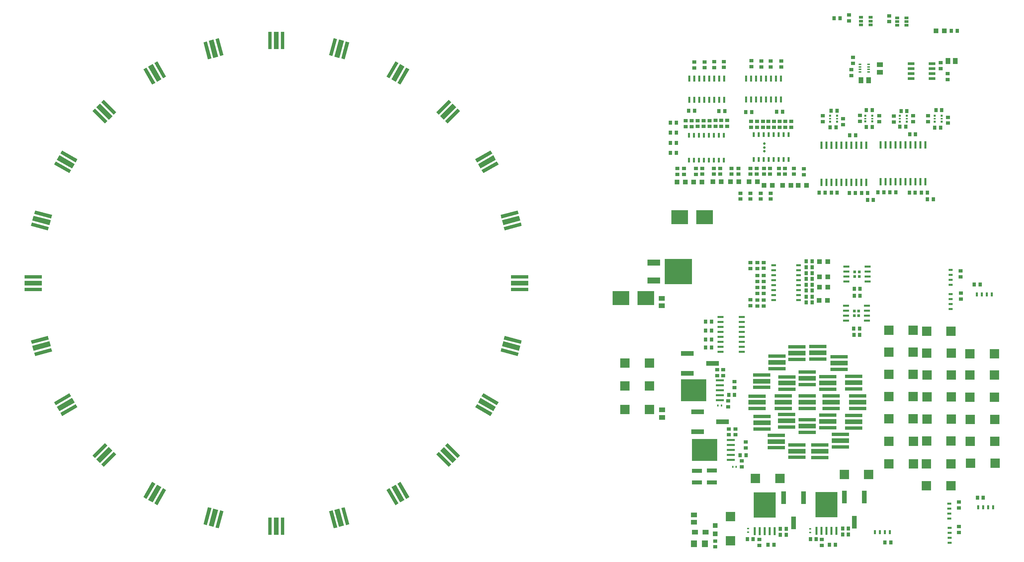
<source format=gbr>
G04 #@! TF.FileFunction,Paste,Top*
%FSLAX46Y46*%
G04 Gerber Fmt 4.6, Leading zero omitted, Abs format (unit mm)*
G04 Created by KiCad (PCBNEW 4.0.1-stable) date 2/3/2016 11:10:25 AM*
%MOMM*%
G01*
G04 APERTURE LIST*
%ADD10C,0.100000*%
%ADD11R,0.600000X1.950000*%
%ADD12R,4.191000X3.556000*%
%ADD13R,1.000760X0.701040*%
%ADD14C,0.650000*%
%ADD15R,0.600000X1.500000*%
%ADD16R,0.508000X1.143000*%
%ADD17R,0.700000X0.350000*%
%ADD18R,1.798320X0.797560*%
%ADD19R,1.198880X1.198880*%
%ADD20R,2.430000X2.370000*%
%ADD21R,2.370000X2.430000*%
%ADD22R,0.600000X0.400000*%
%ADD23R,0.400000X0.600000*%
%ADD24R,1.500000X1.200000*%
%ADD25R,1.600200X1.803400*%
%ADD26R,1.193800X3.302000*%
%ADD27R,3.302000X1.193800*%
%ADD28R,1.143000X0.508000*%
%ADD29R,1.500000X0.600000*%
%ADD30R,1.550000X0.600000*%
%ADD31R,0.705000X0.705000*%
%ADD32R,0.596900X1.998980*%
%ADD33R,5.598160X6.499860*%
%ADD34R,1.998980X0.596900*%
%ADD35R,6.499860X5.598160*%
%ADD36R,3.200400X1.600200*%
%ADD37R,7.000240X6.499860*%
%ADD38R,2.500000X1.000000*%
%ADD39R,1.050000X0.600000*%
%ADD40R,0.600000X1.050000*%
%ADD41R,1.300000X4.500000*%
%ADD42R,0.900000X4.500000*%
%ADD43R,4.500000X1.300000*%
%ADD44R,4.500000X0.900000*%
%ADD45R,0.600000X0.600000*%
%ADD46R,0.899160X1.000760*%
%ADD47R,1.000760X0.899160*%
%ADD48R,1.498600X1.300480*%
%ADD49R,1.300480X1.498600*%
G04 APERTURE END LIST*
D10*
D11*
X241794700Y-54496140D03*
X240524700Y-54496140D03*
X239254700Y-54496140D03*
X237984700Y-54496140D03*
X236714700Y-54496140D03*
X235444700Y-54496140D03*
X234174700Y-54496140D03*
X232904700Y-54496140D03*
X231634700Y-54496140D03*
X230364700Y-54496140D03*
X230364700Y-63896140D03*
X231634700Y-63896140D03*
X232904700Y-63896140D03*
X234174700Y-63896140D03*
X235444700Y-63896140D03*
X236714700Y-63896140D03*
X237984700Y-63896140D03*
X239254700Y-63896140D03*
X240524700Y-63896140D03*
X241794700Y-63896140D03*
D12*
X194263680Y-72792760D03*
X200613680Y-72792760D03*
D13*
X242907220Y-23712340D03*
X242907220Y-22762380D03*
X242907220Y-21812420D03*
X240509460Y-23712340D03*
X240509460Y-21812420D03*
X240509460Y-22762380D03*
X252089320Y-23826640D03*
X252089320Y-22876680D03*
X252089320Y-21926720D03*
X249691560Y-23826640D03*
X249691560Y-21926720D03*
X249691560Y-22876680D03*
D14*
X215810638Y-55009397D03*
X215810638Y-54009397D03*
X215810638Y-56009397D03*
D15*
X205553980Y-37474060D03*
X204283980Y-37474060D03*
X203013980Y-37474060D03*
X201743980Y-37474060D03*
X200473980Y-37474060D03*
X199203980Y-37474060D03*
X197933980Y-37474060D03*
X196663980Y-37474060D03*
X196663980Y-42874060D03*
X197933980Y-42874060D03*
X199203980Y-42874060D03*
X200473980Y-42874060D03*
X201743980Y-42874060D03*
X203013980Y-42874060D03*
X204283980Y-42874060D03*
X205553980Y-42874060D03*
D16*
X196628954Y-51875232D03*
X199168954Y-51875232D03*
X200438954Y-51875232D03*
X201708954Y-51875232D03*
X202978954Y-51875232D03*
X204248954Y-51875232D03*
X205518954Y-51875232D03*
X205518954Y-58225232D03*
X204248954Y-58225232D03*
X202978954Y-58225232D03*
X201708954Y-58225232D03*
X200438954Y-58225232D03*
X199168954Y-58225232D03*
X197898954Y-58225232D03*
X196628954Y-58225232D03*
X197898954Y-51875232D03*
X213123180Y-51774260D03*
X215663180Y-51774260D03*
X216933180Y-51774260D03*
X218203180Y-51774260D03*
X219473180Y-51774260D03*
X220743180Y-51774260D03*
X222013180Y-51774260D03*
X222013180Y-58124260D03*
X220743180Y-58124260D03*
X219473180Y-58124260D03*
X218203180Y-58124260D03*
X216933180Y-58124260D03*
X215663180Y-58124260D03*
X214393180Y-58124260D03*
X213123180Y-58124260D03*
X214393180Y-51774260D03*
D15*
X220108180Y-37397860D03*
X218838180Y-37397860D03*
X217568180Y-37397860D03*
X216298180Y-37397860D03*
X215028180Y-37397860D03*
X213758180Y-37397860D03*
X212488180Y-37397860D03*
X211218180Y-37397860D03*
X211218180Y-42797860D03*
X212488180Y-42797860D03*
X213758180Y-42797860D03*
X215028180Y-42797860D03*
X216298180Y-42797860D03*
X217568180Y-42797860D03*
X218838180Y-42797860D03*
X220108180Y-42797860D03*
D17*
X240179700Y-35736700D03*
X240179700Y-35086700D03*
X240179700Y-34436700D03*
X240179700Y-33786700D03*
X242429700Y-33786700D03*
X242429700Y-34436700D03*
X242429700Y-35086700D03*
X242429700Y-35736700D03*
D18*
X258596800Y-37476600D03*
X258596800Y-36206600D03*
X258596800Y-34936600D03*
X258596800Y-33666600D03*
X253262800Y-33666600D03*
X253262800Y-34936600D03*
X253262800Y-36206600D03*
X253262800Y-37476600D03*
D11*
X256933100Y-54356440D03*
X255663100Y-54356440D03*
X254393100Y-54356440D03*
X253123100Y-54356440D03*
X251853100Y-54356440D03*
X250583100Y-54356440D03*
X249313100Y-54356440D03*
X248043100Y-54356440D03*
X246773100Y-54356440D03*
X245503100Y-54356440D03*
X245503100Y-63756440D03*
X246773100Y-63756440D03*
X248043100Y-63756440D03*
X249313100Y-63756440D03*
X250583100Y-63756440D03*
X251853100Y-63756440D03*
X253123100Y-63756440D03*
X254393100Y-63756440D03*
X255663100Y-63756440D03*
X256933100Y-63756440D03*
D19*
X261728620Y-25266820D03*
X259630580Y-25266820D03*
X195663754Y-63838632D03*
X193565714Y-63838632D03*
X214078220Y-63775760D03*
X211980180Y-63775760D03*
X199908093Y-63825932D03*
X197810053Y-63825932D03*
X217885680Y-64690160D03*
X215787640Y-64690160D03*
X204807220Y-63775760D03*
X202709180Y-63775760D03*
X222599920Y-64690160D03*
X220501880Y-64690160D03*
X209313180Y-63775760D03*
X207215140Y-63775760D03*
X226562320Y-64715560D03*
X224464280Y-64715560D03*
D20*
X207164983Y-149239605D03*
X207164983Y-155479605D03*
D21*
X213554743Y-139542765D03*
X219794743Y-139542765D03*
X253795183Y-101722165D03*
X247555183Y-101722165D03*
X274468243Y-107691165D03*
X268228243Y-107691165D03*
X257141143Y-135798805D03*
X263381143Y-135798805D03*
X253795183Y-107310165D03*
X247555183Y-107310165D03*
X274468243Y-113111525D03*
X268228243Y-113111525D03*
X257217343Y-129994905D03*
X263457343Y-129994905D03*
X253795183Y-112954045D03*
X247555183Y-112954045D03*
X274468243Y-118801125D03*
X268228243Y-118801125D03*
X257293543Y-124368805D03*
X263533543Y-124368805D03*
X253795183Y-118597925D03*
X247555183Y-118597925D03*
X274554603Y-124490725D03*
X268314603Y-124490725D03*
X257293543Y-118730005D03*
X263533543Y-118730005D03*
X236211543Y-138491205D03*
X242451543Y-138491205D03*
X274554603Y-130093965D03*
X268314603Y-130093965D03*
X257293543Y-113167405D03*
X263533543Y-113167405D03*
X253795183Y-124297685D03*
X247555183Y-124297685D03*
X274646043Y-135692125D03*
X268406043Y-135692125D03*
X257252903Y-107528605D03*
X263492903Y-107528605D03*
X253820583Y-130058405D03*
X247580583Y-130058405D03*
X257217343Y-101925365D03*
X263457343Y-101925365D03*
X253820583Y-135808965D03*
X247580583Y-135808965D03*
X257141143Y-141374105D03*
X263381143Y-141374105D03*
D19*
X229847183Y-94112325D03*
X231945223Y-94112325D03*
X229910683Y-90683325D03*
X232008723Y-90683325D03*
X232011263Y-88046805D03*
X229913223Y-88046805D03*
X229910683Y-84180925D03*
X232008723Y-84180925D03*
X203263543Y-153677865D03*
X203263543Y-151579825D03*
D12*
X179270703Y-93451925D03*
X185620703Y-93451925D03*
D22*
X211673483Y-152318545D03*
X211673483Y-153218545D03*
D23*
X207756383Y-136570965D03*
X208656383Y-136570965D03*
D22*
X227538323Y-152420145D03*
X227538323Y-153320145D03*
D23*
X203997183Y-120894085D03*
X204897183Y-120894085D03*
D24*
X198169583Y-153243525D03*
X200869583Y-153243525D03*
D25*
X197924463Y-156205165D03*
X200718463Y-156205165D03*
D26*
X225859383Y-144475845D03*
X223319383Y-150875845D03*
X220779383Y-144475845D03*
D27*
X198788463Y-122489205D03*
X205188463Y-125029205D03*
X198788463Y-127569205D03*
D26*
X241355923Y-144300585D03*
X238815923Y-150700585D03*
X236275923Y-144300585D03*
D27*
X196223063Y-107589565D03*
X202623063Y-110129565D03*
X196223063Y-112669565D03*
D28*
X218208903Y-94023425D03*
X218208903Y-91483425D03*
X218208903Y-90213425D03*
X218208903Y-88943425D03*
X218208903Y-87673425D03*
X218208903Y-86403425D03*
X218208903Y-85133425D03*
X224558903Y-85133425D03*
X224558903Y-86403425D03*
X224558903Y-87673425D03*
X224558903Y-88943425D03*
X224558903Y-90213425D03*
X224558903Y-91483425D03*
X224558903Y-92753425D03*
X224558903Y-94023425D03*
X218208903Y-92753425D03*
D29*
X204647863Y-98272845D03*
X204647863Y-99542845D03*
X204647863Y-100812845D03*
X204647863Y-102082845D03*
X204647863Y-103352845D03*
X204647863Y-104622845D03*
X204647863Y-105892845D03*
X204647863Y-107162845D03*
X210047863Y-107162845D03*
X210047863Y-105892845D03*
X210047863Y-104622845D03*
X210047863Y-103352845D03*
X210047863Y-102082845D03*
X210047863Y-100812845D03*
X210047863Y-99542845D03*
X210047863Y-98272845D03*
D30*
X236626463Y-95443285D03*
X236626463Y-96713285D03*
X236626463Y-97983285D03*
X236626463Y-99253285D03*
X242026463Y-99253285D03*
X242026463Y-97983285D03*
X242026463Y-96713285D03*
X242026463Y-95443285D03*
D31*
X239913963Y-97935785D03*
X239913963Y-96760785D03*
X238738963Y-97935785D03*
X238738963Y-96760785D03*
D30*
X236786483Y-85483945D03*
X236786483Y-86753945D03*
X236786483Y-88023945D03*
X236786483Y-89293945D03*
X242186483Y-89293945D03*
X242186483Y-88023945D03*
X242186483Y-86753945D03*
X242186483Y-85483945D03*
D31*
X240073983Y-87976445D03*
X240073983Y-86801445D03*
X238898983Y-87976445D03*
X238898983Y-86801445D03*
D32*
X213349883Y-153009845D03*
X218429883Y-153009845D03*
D33*
X215889883Y-146311865D03*
D32*
X214619883Y-153009845D03*
X215889883Y-153009845D03*
X217159883Y-153009845D03*
D34*
X207312303Y-134792965D03*
X207312303Y-129712965D03*
D35*
X200614323Y-132252965D03*
D34*
X207312303Y-133522965D03*
X207312303Y-132252965D03*
X207312303Y-130982965D03*
D32*
X229138523Y-152895545D03*
X234218523Y-152895545D03*
D33*
X231678523Y-146197565D03*
D32*
X230408523Y-152895545D03*
X231678523Y-152895545D03*
X232948523Y-152895545D03*
D34*
X204457343Y-119570745D03*
X204457343Y-114490745D03*
D35*
X197759363Y-117030745D03*
D34*
X204457343Y-118300745D03*
X204457343Y-117030745D03*
X204457343Y-115760745D03*
D21*
X180306143Y-121955805D03*
X186546143Y-121955805D03*
D36*
X187647623Y-84389205D03*
X187647623Y-88991685D03*
D37*
X193896023Y-86690445D03*
D21*
X180275663Y-110104165D03*
X186515663Y-110104165D03*
X180306143Y-115910605D03*
X186546143Y-115910605D03*
D38*
X198681383Y-137575405D03*
X198681383Y-140575405D03*
X202450743Y-137519525D03*
X202450743Y-140519525D03*
D39*
X263020103Y-148514045D03*
X263020103Y-149784045D03*
X263020103Y-147244045D03*
X263020103Y-145974045D03*
X263086143Y-154721805D03*
X263086143Y-155991805D03*
X263086143Y-153451805D03*
X263086143Y-152181805D03*
D40*
X272872243Y-146918405D03*
X274142243Y-146918405D03*
X271602243Y-146918405D03*
X270332243Y-146918405D03*
X245264983Y-153238965D03*
X243994983Y-153238965D03*
X246534983Y-153238965D03*
X247804983Y-153238965D03*
X272539503Y-92549705D03*
X273809503Y-92549705D03*
X271269503Y-92549705D03*
X269999503Y-92549705D03*
D39*
X263363003Y-95021645D03*
X263363003Y-96291645D03*
X263363003Y-93751645D03*
X263363003Y-92481645D03*
X263368083Y-88801185D03*
X263368083Y-90071185D03*
X263368083Y-87531185D03*
X263368083Y-86261185D03*
D41*
X91400000Y-27700000D03*
D42*
X93000000Y-27700000D03*
X89800000Y-27700000D03*
D10*
G36*
X39983557Y-120137917D02*
X36086443Y-122387917D01*
X35436443Y-121262083D01*
X39333557Y-119012083D01*
X39983557Y-120137917D01*
X39983557Y-120137917D01*
G37*
G36*
X39083557Y-118579070D02*
X35186443Y-120829070D01*
X34736443Y-120049648D01*
X38633557Y-117799648D01*
X39083557Y-118579070D01*
X39083557Y-118579070D01*
G37*
G36*
X40683557Y-121350352D02*
X36786443Y-123600352D01*
X36336443Y-122820930D01*
X40233557Y-120570930D01*
X40683557Y-121350352D01*
X40683557Y-121350352D01*
G37*
G36*
X143466443Y-119012083D02*
X147363557Y-121262083D01*
X146713557Y-122387917D01*
X142816443Y-120137917D01*
X143466443Y-119012083D01*
X143466443Y-119012083D01*
G37*
G36*
X142566443Y-120570930D02*
X146463557Y-122820930D01*
X146013557Y-123600352D01*
X142116443Y-121350352D01*
X142566443Y-120570930D01*
X142566443Y-120570930D01*
G37*
G36*
X144166443Y-117799648D02*
X148063557Y-120049648D01*
X147613557Y-120829070D01*
X143716443Y-118579070D01*
X144166443Y-117799648D01*
X144166443Y-117799648D01*
G37*
G36*
X75314491Y-32161565D02*
X74149805Y-27814899D01*
X75405509Y-27478435D01*
X76570195Y-31825101D01*
X75314491Y-32161565D01*
X75314491Y-32161565D01*
G37*
G36*
X77053157Y-31695692D02*
X75888472Y-27349025D01*
X76757805Y-27116088D01*
X77922490Y-31462755D01*
X77053157Y-31695692D01*
X77053157Y-31695692D01*
G37*
G36*
X73962195Y-32523912D02*
X72797510Y-28177245D01*
X73666843Y-27944308D01*
X74831528Y-32290975D01*
X73962195Y-32523912D01*
X73962195Y-32523912D01*
G37*
G36*
X49610610Y-132408629D02*
X46428629Y-135590610D01*
X45509390Y-134671371D01*
X48691371Y-131489390D01*
X49610610Y-132408629D01*
X49610610Y-132408629D01*
G37*
G36*
X48337817Y-131135837D02*
X45155837Y-134317817D01*
X44519441Y-133681421D01*
X47701421Y-130499441D01*
X48337817Y-131135837D01*
X48337817Y-131135837D01*
G37*
G36*
X50600559Y-133398579D02*
X47418579Y-136580559D01*
X46782183Y-135944163D01*
X49964163Y-132762183D01*
X50600559Y-133398579D01*
X50600559Y-133398579D01*
G37*
G36*
X149274899Y-104529805D02*
X153621565Y-105694491D01*
X153285101Y-106950195D01*
X148938435Y-105785509D01*
X149274899Y-104529805D01*
X149274899Y-104529805D01*
G37*
G36*
X148809025Y-106268472D02*
X153155692Y-107433157D01*
X152922755Y-108302490D01*
X148576088Y-107137805D01*
X148809025Y-106268472D01*
X148809025Y-106268472D01*
G37*
G36*
X149637245Y-103177510D02*
X153983912Y-104342195D01*
X153750975Y-105211528D01*
X149404308Y-104046843D01*
X149637245Y-103177510D01*
X149637245Y-103177510D01*
G37*
G36*
X60962083Y-38283557D02*
X58712083Y-34386443D01*
X59837917Y-33736443D01*
X62087917Y-37633557D01*
X60962083Y-38283557D01*
X60962083Y-38283557D01*
G37*
G36*
X62520930Y-37383557D02*
X60270930Y-33486443D01*
X61050352Y-33036443D01*
X63300352Y-36933557D01*
X62520930Y-37383557D01*
X62520930Y-37383557D01*
G37*
G36*
X59749648Y-38983557D02*
X57499648Y-35086443D01*
X58279070Y-34636443D01*
X60529070Y-38533557D01*
X59749648Y-38983557D01*
X59749648Y-38983557D01*
G37*
G36*
X62087917Y-141766443D02*
X59837917Y-145663557D01*
X58712083Y-145013557D01*
X60962083Y-141116443D01*
X62087917Y-141766443D01*
X62087917Y-141766443D01*
G37*
G36*
X60529070Y-140866443D02*
X58279070Y-144763557D01*
X57499648Y-144313557D01*
X59749648Y-140416443D01*
X60529070Y-140866443D01*
X60529070Y-140866443D01*
G37*
G36*
X63300352Y-142466443D02*
X61050352Y-146363557D01*
X60270930Y-145913557D01*
X62520930Y-142016443D01*
X63300352Y-142466443D01*
X63300352Y-142466443D01*
G37*
D43*
X153400000Y-89700000D03*
D44*
X153400000Y-91300000D03*
X153400000Y-88100000D03*
D10*
G36*
X48691371Y-47910610D02*
X45509390Y-44728629D01*
X46428629Y-43809390D01*
X49610610Y-46991371D01*
X48691371Y-47910610D01*
X48691371Y-47910610D01*
G37*
G36*
X49964163Y-46637817D02*
X46782183Y-43455837D01*
X47418579Y-42819441D01*
X50600559Y-46001421D01*
X49964163Y-46637817D01*
X49964163Y-46637817D01*
G37*
G36*
X47701421Y-48900559D02*
X44519441Y-45718579D01*
X45155837Y-45082183D01*
X48337817Y-48264163D01*
X47701421Y-48900559D01*
X47701421Y-48900559D01*
G37*
G36*
X76570195Y-147574899D02*
X75405509Y-151921565D01*
X74149805Y-151585101D01*
X75314491Y-147238435D01*
X76570195Y-147574899D01*
X76570195Y-147574899D01*
G37*
G36*
X74831528Y-147109025D02*
X73666843Y-151455692D01*
X72797510Y-151222755D01*
X73962195Y-146876088D01*
X74831528Y-147109025D01*
X74831528Y-147109025D01*
G37*
G36*
X77922490Y-147937245D02*
X76757805Y-152283912D01*
X75888472Y-152050975D01*
X77053157Y-147704308D01*
X77922490Y-147937245D01*
X77922490Y-147937245D01*
G37*
G36*
X148938435Y-73614491D02*
X153285101Y-72449805D01*
X153621565Y-73705509D01*
X149274899Y-74870195D01*
X148938435Y-73614491D01*
X148938435Y-73614491D01*
G37*
G36*
X149404308Y-75353157D02*
X153750975Y-74188472D01*
X153983912Y-75057805D01*
X149637245Y-76222490D01*
X149404308Y-75353157D01*
X149404308Y-75353157D01*
G37*
G36*
X148576088Y-72262195D02*
X152922755Y-71097510D01*
X153155692Y-71966843D01*
X148809025Y-73131528D01*
X148576088Y-72262195D01*
X148576088Y-72262195D01*
G37*
G36*
X39333557Y-60387917D02*
X35436443Y-58137917D01*
X36086443Y-57012083D01*
X39983557Y-59262083D01*
X39333557Y-60387917D01*
X39333557Y-60387917D01*
G37*
G36*
X40233557Y-58829070D02*
X36336443Y-56579070D01*
X36786443Y-55799648D01*
X40683557Y-58049648D01*
X40233557Y-58829070D01*
X40233557Y-58829070D01*
G37*
G36*
X38633557Y-61600352D02*
X34736443Y-59350352D01*
X35186443Y-58570930D01*
X39083557Y-60820930D01*
X38633557Y-61600352D01*
X38633557Y-61600352D01*
G37*
D41*
X91400000Y-151700000D03*
D42*
X89800000Y-151700000D03*
X93000000Y-151700000D03*
D10*
G36*
X142816443Y-59262083D02*
X146713557Y-57012083D01*
X147363557Y-58137917D01*
X143466443Y-60387917D01*
X142816443Y-59262083D01*
X142816443Y-59262083D01*
G37*
G36*
X143716443Y-60820930D02*
X147613557Y-58570930D01*
X148063557Y-59350352D01*
X144166443Y-61600352D01*
X143716443Y-60820930D01*
X143716443Y-60820930D01*
G37*
G36*
X142116443Y-58049648D02*
X146013557Y-55799648D01*
X146463557Y-56579070D01*
X142566443Y-58829070D01*
X142116443Y-58049648D01*
X142116443Y-58049648D01*
G37*
G36*
X33525101Y-74870195D02*
X29178435Y-73705509D01*
X29514899Y-72449805D01*
X33861565Y-73614491D01*
X33525101Y-74870195D01*
X33525101Y-74870195D01*
G37*
G36*
X33990975Y-73131528D02*
X29644308Y-71966843D01*
X29877245Y-71097510D01*
X34223912Y-72262195D01*
X33990975Y-73131528D01*
X33990975Y-73131528D01*
G37*
G36*
X33162755Y-76222490D02*
X28816088Y-75057805D01*
X29049025Y-74188472D01*
X33395692Y-75353157D01*
X33162755Y-76222490D01*
X33162755Y-76222490D01*
G37*
G36*
X107485509Y-147238435D02*
X108650195Y-151585101D01*
X107394491Y-151921565D01*
X106229805Y-147574899D01*
X107485509Y-147238435D01*
X107485509Y-147238435D01*
G37*
G36*
X105746843Y-147704308D02*
X106911528Y-152050975D01*
X106042195Y-152283912D01*
X104877510Y-147937245D01*
X105746843Y-147704308D01*
X105746843Y-147704308D01*
G37*
G36*
X108837805Y-146876088D02*
X110002490Y-151222755D01*
X109133157Y-151455692D01*
X107968472Y-147109025D01*
X108837805Y-146876088D01*
X108837805Y-146876088D01*
G37*
G36*
X133189390Y-46991371D02*
X136371371Y-43809390D01*
X137290610Y-44728629D01*
X134108629Y-47910610D01*
X133189390Y-46991371D01*
X133189390Y-46991371D01*
G37*
G36*
X134462183Y-48264163D02*
X137644163Y-45082183D01*
X138280559Y-45718579D01*
X135098579Y-48900559D01*
X134462183Y-48264163D01*
X134462183Y-48264163D01*
G37*
G36*
X132199441Y-46001421D02*
X135381421Y-42819441D01*
X136017817Y-43455837D01*
X132835837Y-46637817D01*
X132199441Y-46001421D01*
X132199441Y-46001421D01*
G37*
D43*
X29400000Y-89700000D03*
D44*
X29400000Y-88100000D03*
X29400000Y-91300000D03*
D10*
G36*
X121837917Y-141116443D02*
X124087917Y-145013557D01*
X122962083Y-145663557D01*
X120712083Y-141766443D01*
X121837917Y-141116443D01*
X121837917Y-141116443D01*
G37*
G36*
X120279070Y-142016443D02*
X122529070Y-145913557D01*
X121749648Y-146363557D01*
X119499648Y-142466443D01*
X120279070Y-142016443D01*
X120279070Y-142016443D01*
G37*
G36*
X123050352Y-140416443D02*
X125300352Y-144313557D01*
X124520930Y-144763557D01*
X122270930Y-140866443D01*
X123050352Y-140416443D01*
X123050352Y-140416443D01*
G37*
G36*
X120712083Y-37633557D02*
X122962083Y-33736443D01*
X124087917Y-34386443D01*
X121837917Y-38283557D01*
X120712083Y-37633557D01*
X120712083Y-37633557D01*
G37*
G36*
X122270930Y-38533557D02*
X124520930Y-34636443D01*
X125300352Y-35086443D01*
X123050352Y-38983557D01*
X122270930Y-38533557D01*
X122270930Y-38533557D01*
G37*
G36*
X119499648Y-36933557D02*
X121749648Y-33036443D01*
X122529070Y-33486443D01*
X120279070Y-37383557D01*
X119499648Y-36933557D01*
X119499648Y-36933557D01*
G37*
G36*
X33861565Y-105785509D02*
X29514899Y-106950195D01*
X29178435Y-105694491D01*
X33525101Y-104529805D01*
X33861565Y-105785509D01*
X33861565Y-105785509D01*
G37*
G36*
X33395692Y-104046843D02*
X29049025Y-105211528D01*
X28816088Y-104342195D01*
X33162755Y-103177510D01*
X33395692Y-104046843D01*
X33395692Y-104046843D01*
G37*
G36*
X34223912Y-107137805D02*
X29877245Y-108302490D01*
X29644308Y-107433157D01*
X33990975Y-106268472D01*
X34223912Y-107137805D01*
X34223912Y-107137805D01*
G37*
G36*
X134108629Y-131489390D02*
X137290610Y-134671371D01*
X136371371Y-135590610D01*
X133189390Y-132408629D01*
X134108629Y-131489390D01*
X134108629Y-131489390D01*
G37*
G36*
X132835837Y-132762183D02*
X136017817Y-135944163D01*
X135381421Y-136580559D01*
X132199441Y-133398579D01*
X132835837Y-132762183D01*
X132835837Y-132762183D01*
G37*
G36*
X135098579Y-130499441D02*
X138280559Y-133681421D01*
X137644163Y-134317817D01*
X134462183Y-131135837D01*
X135098579Y-130499441D01*
X135098579Y-130499441D01*
G37*
G36*
X106189805Y-31825101D02*
X107354491Y-27478435D01*
X108610195Y-27814899D01*
X107445509Y-32161565D01*
X106189805Y-31825101D01*
X106189805Y-31825101D01*
G37*
G36*
X107928472Y-32290975D02*
X109093157Y-27944308D01*
X109962490Y-28177245D01*
X108797805Y-32523912D01*
X107928472Y-32290975D01*
X107928472Y-32290975D01*
G37*
G36*
X104837510Y-31462755D02*
X106002195Y-27116088D01*
X106871528Y-27349025D01*
X105706843Y-31695692D01*
X104837510Y-31462755D01*
X104837510Y-31462755D01*
G37*
D43*
X226758543Y-120050805D03*
D44*
X226758543Y-118450805D03*
X226758543Y-121650805D03*
D43*
X220662543Y-120050805D03*
D44*
X220662543Y-118450805D03*
X220662543Y-121650805D03*
D43*
X213972183Y-120111765D03*
D44*
X213972183Y-118511765D03*
X213972183Y-121711765D03*
D43*
X238605103Y-125080005D03*
D44*
X238605103Y-123480005D03*
X238605103Y-126680005D03*
D43*
X221627743Y-115199405D03*
D44*
X221627743Y-113599405D03*
X221627743Y-116799405D03*
D43*
X215191383Y-114701565D03*
D44*
X215191383Y-113101565D03*
X215191383Y-116301565D03*
D43*
X235226903Y-129885685D03*
D44*
X235226903Y-128285685D03*
X235226903Y-131485685D03*
D43*
X226758543Y-113954805D03*
D44*
X226758543Y-112354805D03*
X226758543Y-115554805D03*
D43*
X219021703Y-109880645D03*
D44*
X219021703Y-108280645D03*
X219021703Y-111480645D03*
D43*
X229943703Y-132593325D03*
D44*
X229943703Y-130993325D03*
X229943703Y-134193325D03*
D43*
X232016343Y-115135905D03*
D44*
X232016343Y-113535905D03*
X232016343Y-116735905D03*
D43*
X224132183Y-107533685D03*
D44*
X224132183Y-105933685D03*
X224132183Y-109133685D03*
D43*
X224162663Y-132567925D03*
D44*
X224162663Y-130967925D03*
X224162663Y-134167925D03*
D43*
X232854543Y-120050805D03*
D44*
X232854543Y-118450805D03*
X232854543Y-121650805D03*
D43*
X229471263Y-107477805D03*
D44*
X229471263Y-105877805D03*
X229471263Y-109077805D03*
D43*
X218915023Y-130109205D03*
D44*
X218915023Y-128509205D03*
X218915023Y-131709205D03*
D43*
X231978243Y-124991105D03*
D44*
X231978243Y-123391105D03*
X231978243Y-126591105D03*
D43*
X234917023Y-110104165D03*
D44*
X234917023Y-108504165D03*
X234917023Y-111704165D03*
D43*
X215226943Y-125334005D03*
D44*
X215226943Y-123734005D03*
X215226943Y-126934005D03*
D43*
X226758543Y-126146805D03*
D44*
X226758543Y-124546805D03*
X226758543Y-127746805D03*
D43*
X238605103Y-115077485D03*
D44*
X238605103Y-113477485D03*
X238605103Y-116677485D03*
D43*
X221513443Y-124826005D03*
D44*
X221513443Y-123226005D03*
X221513443Y-126426005D03*
D43*
X239610943Y-120050805D03*
D44*
X239610943Y-118450805D03*
X239610943Y-121650805D03*
D45*
X252176520Y-48447338D03*
X252176520Y-46947338D03*
X250376520Y-46947338D03*
X250376520Y-48447338D03*
D22*
X252176520Y-47697338D03*
X250376520Y-47697338D03*
D45*
X243352560Y-48397808D03*
X243352560Y-46897808D03*
X241552560Y-46897808D03*
X241552560Y-48397808D03*
D22*
X243352560Y-47647808D03*
X241552560Y-47647808D03*
D45*
X234396520Y-48435972D03*
X234396520Y-46935972D03*
X232596520Y-46935972D03*
X232596520Y-48435972D03*
D22*
X234396520Y-47685972D03*
X232596520Y-47685972D03*
D45*
X261066520Y-48424642D03*
X261066520Y-46924642D03*
X259266520Y-46924642D03*
X259266520Y-48424642D03*
D22*
X261066520Y-47674642D03*
X259266520Y-47674642D03*
D46*
X263521860Y-25241420D03*
X265025540Y-25241420D03*
X193397304Y-56432240D03*
X191893624Y-56432240D03*
X193397304Y-53855956D03*
X191893624Y-53855956D03*
X193397305Y-51279670D03*
X191893625Y-51279670D03*
X193397304Y-48703384D03*
X191893624Y-48703384D03*
D47*
X217473840Y-66704380D03*
X217473840Y-68208060D03*
X214897555Y-66704380D03*
X214897555Y-68208060D03*
X212321271Y-66704380D03*
X212321271Y-68208060D03*
X209744985Y-66704380D03*
X209744985Y-68208060D03*
X205515880Y-33087480D03*
X205515880Y-34591160D03*
X203039380Y-33138280D03*
X203039380Y-34641960D03*
X198010180Y-33227180D03*
X198010180Y-34730860D03*
X200588280Y-33163680D03*
X200588280Y-34667360D03*
D46*
X233620980Y-21997840D03*
X235124660Y-21997840D03*
D47*
X197263954Y-48174452D03*
X197263954Y-49678132D03*
X214012180Y-48355420D03*
X214012180Y-49859100D03*
X195739954Y-49683212D03*
X195739954Y-48179532D03*
X212488180Y-49859100D03*
X212488180Y-48355420D03*
X193619054Y-61898072D03*
X193619054Y-60394392D03*
X212297680Y-61860600D03*
X212297680Y-60356920D03*
X195333554Y-61926012D03*
X195333554Y-60422332D03*
X213885180Y-61860600D03*
X213885180Y-60356920D03*
X200324654Y-48149052D03*
X200324654Y-49652732D03*
X216869680Y-48355420D03*
X216869680Y-49859100D03*
X198800654Y-49665432D03*
X198800654Y-48161752D03*
X215472680Y-49859100D03*
X215472680Y-48355420D03*
X217441180Y-32935080D03*
X217441180Y-34438760D03*
X212564380Y-32858880D03*
X212564380Y-34362560D03*
X220133580Y-32935080D03*
X220133580Y-34438760D03*
X215040881Y-32935080D03*
X215040881Y-34438760D03*
X198381554Y-61875212D03*
X198381554Y-60371532D03*
X215790180Y-61860600D03*
X215790180Y-60356920D03*
X199994454Y-61862512D03*
X199994454Y-60358832D03*
X217314180Y-61860600D03*
X217314180Y-60356920D03*
X203359954Y-48136352D03*
X203359954Y-49640032D03*
X219727180Y-48355420D03*
X219727180Y-49859100D03*
X201835954Y-49652733D03*
X201835954Y-48149053D03*
X218330180Y-49859100D03*
X218330180Y-48355420D03*
X202963180Y-61850440D03*
X202963180Y-60346760D03*
X219536680Y-61860600D03*
X219536680Y-60356920D03*
X204614180Y-61850440D03*
X204614180Y-60346760D03*
X221124180Y-61860600D03*
X221124180Y-60356920D03*
X206382555Y-48123652D03*
X206382555Y-49627332D03*
X222711680Y-48355420D03*
X222711680Y-49859100D03*
X204845854Y-49640032D03*
X204845854Y-48136352D03*
X221187680Y-49859100D03*
X221187680Y-48355420D03*
X207471680Y-61850440D03*
X207471680Y-60346760D03*
X223410180Y-61860600D03*
X223410180Y-60356920D03*
X209249680Y-61850440D03*
X209249680Y-60346760D03*
X225950180Y-61987600D03*
X225950180Y-60483920D03*
X262610000Y-36204060D03*
X262610000Y-37707740D03*
X260755800Y-33407520D03*
X260755800Y-34911200D03*
X238022800Y-35149960D03*
X238022800Y-36653640D03*
X238467300Y-33514200D03*
X238467300Y-32010520D03*
D46*
X200830223Y-99527605D03*
X202333903Y-99527605D03*
X200850543Y-101742485D03*
X202354223Y-101742485D03*
X200850543Y-106111285D03*
X202354223Y-106111285D03*
X200830223Y-104038645D03*
X202333903Y-104038645D03*
D47*
X214017903Y-95478845D03*
X214017903Y-93975165D03*
X215694303Y-93987865D03*
X215694303Y-95491545D03*
D46*
X228028543Y-94620325D03*
X226524863Y-94620325D03*
X228003143Y-93121725D03*
X226499463Y-93121725D03*
D47*
X214058543Y-92291145D03*
X214058543Y-90787465D03*
X215643503Y-90787465D03*
X215643503Y-92291145D03*
D46*
X227990443Y-91508825D03*
X226486763Y-91508825D03*
X228015843Y-90073725D03*
X226512163Y-90073725D03*
D47*
X214068703Y-89243145D03*
X214068703Y-87739465D03*
X215643503Y-87739465D03*
X215643503Y-89243145D03*
D46*
X228028543Y-88587825D03*
X226524863Y-88587825D03*
X228015843Y-87140025D03*
X226512163Y-87140025D03*
D47*
X214081403Y-85928445D03*
X214081403Y-84424765D03*
X215630803Y-84399365D03*
X215630803Y-85903045D03*
D46*
X228028543Y-85641425D03*
X226524863Y-85641425D03*
X228028543Y-84092025D03*
X226524863Y-84092025D03*
D47*
X203288943Y-155509205D03*
X203288943Y-157012885D03*
D46*
X248074223Y-155925765D03*
X246570543Y-155925765D03*
X211480443Y-155029145D03*
X212984123Y-155029145D03*
X221442323Y-152425645D03*
X219938643Y-152425645D03*
X221442323Y-153911545D03*
X219938643Y-153911545D03*
D47*
X210080903Y-136598905D03*
X210080903Y-135095225D03*
D46*
X227573883Y-155054545D03*
X229077563Y-155054545D03*
D47*
X206580783Y-121229365D03*
X206580783Y-119725685D03*
X206791603Y-126891025D03*
X206791603Y-128394705D03*
D46*
X237281763Y-152311345D03*
X235778083Y-152311345D03*
D47*
X203812183Y-111780565D03*
X203812183Y-113284245D03*
X208493403Y-126891025D03*
X208493403Y-128394705D03*
D46*
X237281763Y-153822645D03*
X235778083Y-153822645D03*
D47*
X205346343Y-111805965D03*
X205346343Y-113309645D03*
X265468143Y-151823665D03*
X265468143Y-153327345D03*
X265958363Y-92212405D03*
X265958363Y-93716085D03*
D46*
X269374663Y-90040705D03*
X270878343Y-90040705D03*
D47*
X265478303Y-145587965D03*
X265478303Y-147091645D03*
X265851683Y-86581225D03*
X265851683Y-88084905D03*
D46*
X270151903Y-144485605D03*
X271655583Y-144485605D03*
D47*
X248822880Y-47031858D03*
X248822880Y-48535538D03*
X240181800Y-46874600D03*
X240181800Y-48378280D03*
D46*
X252180760Y-45711058D03*
X250677080Y-45711058D03*
X243361880Y-45509128D03*
X241858200Y-45509128D03*
D47*
X253775880Y-48459338D03*
X253775880Y-46955658D03*
X245094160Y-48409808D03*
X245094160Y-46906128D03*
D46*
X250372280Y-49749658D03*
X251875960Y-49749658D03*
X241827720Y-49837288D03*
X243331400Y-49837288D03*
D47*
X257575720Y-46907562D03*
X257575720Y-48411242D03*
X230702520Y-46913812D03*
X230702520Y-48417492D03*
D46*
X261070760Y-45505482D03*
X259567080Y-45505482D03*
X234395680Y-45608252D03*
X232892000Y-45608252D03*
D47*
X262635400Y-48817642D03*
X262635400Y-47313962D03*
X235899360Y-49179492D03*
X235899360Y-47675812D03*
D46*
X259302920Y-49935242D03*
X260806600Y-49935242D03*
X232587200Y-49875452D03*
X234090880Y-49875452D03*
D47*
X237382720Y-21205360D03*
X237382720Y-22709040D03*
X247674800Y-22897000D03*
X247674800Y-21393320D03*
D46*
X198027960Y-45690960D03*
X196524280Y-45690960D03*
X205762260Y-45729060D03*
X204258580Y-45729060D03*
X212582160Y-45957660D03*
X211078480Y-45957660D03*
X220466320Y-45894160D03*
X218962640Y-45894160D03*
D47*
X212280543Y-93919285D03*
X212280543Y-95422965D03*
X212280543Y-84419685D03*
X212280543Y-85923365D03*
D46*
X252884340Y-51698060D03*
X254388020Y-51698060D03*
X237603700Y-51939360D03*
X239107380Y-51939360D03*
X249381680Y-66518960D03*
X247878000Y-66518960D03*
X234400760Y-66531660D03*
X232897080Y-66531660D03*
X257400460Y-66544360D03*
X255896780Y-66544360D03*
X242160460Y-66607860D03*
X240656780Y-66607860D03*
X246320980Y-66506260D03*
X244817300Y-66506260D03*
X254296580Y-66544360D03*
X252792900Y-66544360D03*
X231289260Y-66531660D03*
X229785580Y-66531660D03*
X238993080Y-66607860D03*
X237489400Y-66607860D03*
X257433480Y-68246160D03*
X258937160Y-68246160D03*
X242124900Y-68423960D03*
X243628580Y-68423960D03*
X238648160Y-101300000D03*
X240151840Y-101300000D03*
X240169743Y-102870245D03*
X238666063Y-102870245D03*
X240251840Y-91100000D03*
X238748160Y-91100000D03*
D47*
X214600000Y-156651840D03*
X214600000Y-155148160D03*
D46*
X216748160Y-156500000D03*
X218251840Y-156500000D03*
X211151840Y-133600000D03*
X209648160Y-133600000D03*
D47*
X230500000Y-156651840D03*
X230500000Y-155148160D03*
D46*
X208251840Y-118200000D03*
X206748160Y-118200000D03*
D47*
X211100000Y-131751840D03*
X211100000Y-130248160D03*
D46*
X232448160Y-156500000D03*
X233951840Y-156500000D03*
D47*
X208200000Y-116351840D03*
X208200000Y-114848160D03*
D48*
X245299900Y-35787500D03*
X245299900Y-33882500D03*
D49*
X264540400Y-32968100D03*
X262635400Y-32968100D03*
X240473900Y-37895700D03*
X242378900Y-37895700D03*
D48*
X189700000Y-95452500D03*
X189700000Y-93547500D03*
X189800000Y-123952500D03*
X189800000Y-122047500D03*
X197900000Y-150752500D03*
X197900000Y-148847500D03*
D46*
X238748160Y-92900000D03*
X240251840Y-92900000D03*
M02*

</source>
